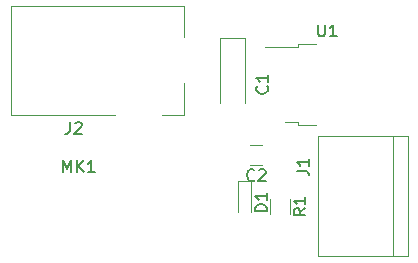
<source format=gbr>
G04 #@! TF.GenerationSoftware,KiCad,Pcbnew,(5.0.0-rc3-dev-2-g101b68b61)*
G04 #@! TF.CreationDate,2018-07-09T03:14:57+02:00*
G04 #@! TF.ProjectId,L7805 reg,4C37383035207265672E6B696361645F,rev?*
G04 #@! TF.SameCoordinates,Original*
G04 #@! TF.FileFunction,Legend,Top*
G04 #@! TF.FilePolarity,Positive*
%FSLAX46Y46*%
G04 Gerber Fmt 4.6, Leading zero omitted, Abs format (unit mm)*
G04 Created by KiCad (PCBNEW (5.0.0-rc3-dev-2-g101b68b61)) date 07/09/18 03:14:57*
%MOMM*%
%LPD*%
G01*
G04 APERTURE LIST*
%ADD10C,0.120000*%
%ADD11C,0.150000*%
G04 APERTURE END LIST*
D10*
G04 #@! TO.C,J2*
X77100000Y-66520000D02*
X77100000Y-69120000D01*
X62400000Y-66520000D02*
X77100000Y-66520000D01*
X77100000Y-75720000D02*
X75200000Y-75720000D01*
X77100000Y-73020000D02*
X77100000Y-75720000D01*
X62400000Y-75720000D02*
X62400000Y-66520000D01*
X71200000Y-75720000D02*
X62400000Y-75720000D01*
G04 #@! TO.C,C1*
X82250000Y-69220000D02*
X80150000Y-69220000D01*
X80150000Y-69220000D02*
X80150000Y-74720000D01*
X82250000Y-69220000D02*
X82250000Y-74720000D01*
G04 #@! TO.C,C2*
X83700000Y-78270000D02*
X82700000Y-78270000D01*
X82700000Y-79970000D02*
X83700000Y-79970000D01*
G04 #@! TO.C,D1*
X82750000Y-81320000D02*
X82750000Y-83920000D01*
X81650000Y-81320000D02*
X81650000Y-83920000D01*
X82750000Y-81320000D02*
X81650000Y-81320000D01*
G04 #@! TO.C,J1*
X96010000Y-87660000D02*
X96010000Y-77500000D01*
X88390000Y-87660000D02*
X96010000Y-87660000D01*
X88390000Y-77500000D02*
X88390000Y-87660000D01*
X96010000Y-77500000D02*
X88390000Y-77500000D01*
X94740000Y-77500000D02*
X94740000Y-87660000D01*
G04 #@! TO.C,R1*
X86080000Y-82870000D02*
X86080000Y-84070000D01*
X84320000Y-84070000D02*
X84320000Y-82870000D01*
G04 #@! TO.C,U1*
X86730000Y-76300000D02*
X85630000Y-76300000D01*
X86730000Y-76570000D02*
X86730000Y-76300000D01*
X88230000Y-76570000D02*
X86730000Y-76570000D01*
X86730000Y-69940000D02*
X83900000Y-69940000D01*
X86730000Y-69670000D02*
X86730000Y-69940000D01*
X88230000Y-69670000D02*
X86730000Y-69670000D01*
G04 #@! TO.C,MK1*
D11*
X66852376Y-80572380D02*
X66852376Y-79572380D01*
X67185709Y-80286666D01*
X67519042Y-79572380D01*
X67519042Y-80572380D01*
X67995233Y-80572380D02*
X67995233Y-79572380D01*
X68566661Y-80572380D02*
X68138090Y-80000952D01*
X68566661Y-79572380D02*
X67995233Y-80143809D01*
X69519042Y-80572380D02*
X68947614Y-80572380D01*
X69233328Y-80572380D02*
X69233328Y-79572380D01*
X69138090Y-79715238D01*
X69042852Y-79810476D01*
X68947614Y-79858095D01*
G04 #@! TO.C,J2*
X67416666Y-76322380D02*
X67416666Y-77036666D01*
X67369047Y-77179523D01*
X67273809Y-77274761D01*
X67130952Y-77322380D01*
X67035714Y-77322380D01*
X67845238Y-76417619D02*
X67892857Y-76370000D01*
X67988095Y-76322380D01*
X68226190Y-76322380D01*
X68321428Y-76370000D01*
X68369047Y-76417619D01*
X68416666Y-76512857D01*
X68416666Y-76608095D01*
X68369047Y-76750952D01*
X67797619Y-77322380D01*
X68416666Y-77322380D01*
G04 #@! TO.C,C1*
X84107142Y-73286666D02*
X84154761Y-73334285D01*
X84202380Y-73477142D01*
X84202380Y-73572380D01*
X84154761Y-73715238D01*
X84059523Y-73810476D01*
X83964285Y-73858095D01*
X83773809Y-73905714D01*
X83630952Y-73905714D01*
X83440476Y-73858095D01*
X83345238Y-73810476D01*
X83250000Y-73715238D01*
X83202380Y-73572380D01*
X83202380Y-73477142D01*
X83250000Y-73334285D01*
X83297619Y-73286666D01*
X84202380Y-72334285D02*
X84202380Y-72905714D01*
X84202380Y-72620000D02*
X83202380Y-72620000D01*
X83345238Y-72715238D01*
X83440476Y-72810476D01*
X83488095Y-72905714D01*
G04 #@! TO.C,C2*
X83033333Y-81227142D02*
X82985714Y-81274761D01*
X82842857Y-81322380D01*
X82747619Y-81322380D01*
X82604761Y-81274761D01*
X82509523Y-81179523D01*
X82461904Y-81084285D01*
X82414285Y-80893809D01*
X82414285Y-80750952D01*
X82461904Y-80560476D01*
X82509523Y-80465238D01*
X82604761Y-80370000D01*
X82747619Y-80322380D01*
X82842857Y-80322380D01*
X82985714Y-80370000D01*
X83033333Y-80417619D01*
X83414285Y-80417619D02*
X83461904Y-80370000D01*
X83557142Y-80322380D01*
X83795238Y-80322380D01*
X83890476Y-80370000D01*
X83938095Y-80417619D01*
X83985714Y-80512857D01*
X83985714Y-80608095D01*
X83938095Y-80750952D01*
X83366666Y-81322380D01*
X83985714Y-81322380D01*
G04 #@! TO.C,D1*
X84102380Y-83858095D02*
X83102380Y-83858095D01*
X83102380Y-83620000D01*
X83150000Y-83477142D01*
X83245238Y-83381904D01*
X83340476Y-83334285D01*
X83530952Y-83286666D01*
X83673809Y-83286666D01*
X83864285Y-83334285D01*
X83959523Y-83381904D01*
X84054761Y-83477142D01*
X84102380Y-83620000D01*
X84102380Y-83858095D01*
X84102380Y-82334285D02*
X84102380Y-82905714D01*
X84102380Y-82620000D02*
X83102380Y-82620000D01*
X83245238Y-82715238D01*
X83340476Y-82810476D01*
X83388095Y-82905714D01*
G04 #@! TO.C,J1*
X86652380Y-80453333D02*
X87366666Y-80453333D01*
X87509523Y-80500952D01*
X87604761Y-80596190D01*
X87652380Y-80739047D01*
X87652380Y-80834285D01*
X87652380Y-79453333D02*
X87652380Y-80024761D01*
X87652380Y-79739047D02*
X86652380Y-79739047D01*
X86795238Y-79834285D01*
X86890476Y-79929523D01*
X86938095Y-80024761D01*
G04 #@! TO.C,R1*
X87352380Y-83636666D02*
X86876190Y-83970000D01*
X87352380Y-84208095D02*
X86352380Y-84208095D01*
X86352380Y-83827142D01*
X86400000Y-83731904D01*
X86447619Y-83684285D01*
X86542857Y-83636666D01*
X86685714Y-83636666D01*
X86780952Y-83684285D01*
X86828571Y-83731904D01*
X86876190Y-83827142D01*
X86876190Y-84208095D01*
X87352380Y-82684285D02*
X87352380Y-83255714D01*
X87352380Y-82970000D02*
X86352380Y-82970000D01*
X86495238Y-83065238D01*
X86590476Y-83160476D01*
X86638095Y-83255714D01*
G04 #@! TO.C,U1*
X88438095Y-68072380D02*
X88438095Y-68881904D01*
X88485714Y-68977142D01*
X88533333Y-69024761D01*
X88628571Y-69072380D01*
X88819047Y-69072380D01*
X88914285Y-69024761D01*
X88961904Y-68977142D01*
X89009523Y-68881904D01*
X89009523Y-68072380D01*
X90009523Y-69072380D02*
X89438095Y-69072380D01*
X89723809Y-69072380D02*
X89723809Y-68072380D01*
X89628571Y-68215238D01*
X89533333Y-68310476D01*
X89438095Y-68358095D01*
G04 #@! TD*
M02*

</source>
